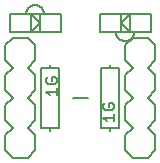
<source format=gto>
G75*
%MOIN*%
%OFA0B0*%
%FSLAX25Y25*%
%IPPOS*%
%LPD*%
%AMOC8*
5,1,8,0,0,1.08239X$1,22.5*
%
%ADD10C,0.00800*%
%ADD11C,0.00600*%
%ADD12C,0.00500*%
D10*
X0009300Y0006800D02*
X0014300Y0006800D01*
X0016800Y0009300D01*
X0016800Y0014300D01*
X0014300Y0016800D01*
X0016800Y0019300D01*
X0016800Y0024300D01*
X0014300Y0026800D01*
X0016800Y0029300D01*
X0016800Y0034300D01*
X0014300Y0036800D01*
X0016800Y0039300D01*
X0016800Y0044300D01*
X0014300Y0046800D01*
X0009300Y0046800D01*
X0006800Y0044300D01*
X0006800Y0039300D01*
X0009300Y0036800D01*
X0006800Y0034300D01*
X0006800Y0029300D01*
X0009300Y0026800D01*
X0006800Y0024300D01*
X0006800Y0019300D01*
X0009300Y0016800D01*
X0006800Y0014300D01*
X0006800Y0009300D01*
X0009300Y0006800D01*
X0018800Y0016800D02*
X0018800Y0036800D01*
X0021800Y0036800D01*
X0021800Y0037800D01*
X0021800Y0036800D02*
X0024800Y0036800D01*
X0024800Y0016800D01*
X0021800Y0016800D01*
X0021800Y0015800D01*
X0021800Y0016800D02*
X0018800Y0016800D01*
X0029300Y0026800D02*
X0034300Y0026800D01*
X0038800Y0016800D02*
X0041800Y0016800D01*
X0041800Y0015800D01*
X0041800Y0016800D02*
X0044800Y0016800D01*
X0044800Y0036800D01*
X0041800Y0036800D01*
X0041800Y0037800D01*
X0041800Y0036800D02*
X0038800Y0036800D01*
X0038800Y0016800D01*
X0046800Y0014300D02*
X0046800Y0009300D01*
X0049300Y0006800D01*
X0054300Y0006800D01*
X0056800Y0009300D01*
X0056800Y0014300D01*
X0054300Y0016800D01*
X0056800Y0019300D01*
X0056800Y0024300D01*
X0054300Y0026800D01*
X0056800Y0029300D01*
X0056800Y0034300D01*
X0054300Y0036800D01*
X0056800Y0039300D01*
X0056800Y0044300D01*
X0054300Y0046800D01*
X0049300Y0046800D01*
X0046800Y0044300D01*
X0046800Y0039300D01*
X0049300Y0036800D01*
X0046800Y0034300D01*
X0046800Y0029300D01*
X0049300Y0026800D01*
X0046800Y0024300D01*
X0046800Y0019300D01*
X0049300Y0016800D01*
X0046800Y0014300D01*
D11*
X0043000Y0019100D02*
X0043000Y0021369D01*
X0043000Y0020234D02*
X0039597Y0020234D01*
X0040731Y0019100D01*
X0040164Y0022783D02*
X0042433Y0022783D01*
X0043000Y0023350D01*
X0043000Y0024485D01*
X0042433Y0025052D01*
X0041299Y0025052D01*
X0041299Y0023917D01*
X0040164Y0022783D02*
X0039597Y0023350D01*
X0039597Y0024485D01*
X0040164Y0025052D01*
X0024000Y0027734D02*
X0024000Y0030002D01*
X0024000Y0028868D02*
X0020597Y0028868D01*
X0021731Y0027734D01*
X0021164Y0031417D02*
X0023433Y0031417D01*
X0024000Y0031984D01*
X0024000Y0033118D01*
X0023433Y0033685D01*
X0022299Y0033685D01*
X0022299Y0032551D01*
X0021164Y0031417D02*
X0020597Y0031984D01*
X0020597Y0033118D01*
X0021164Y0033685D01*
D12*
X0018300Y0048800D02*
X0015300Y0048800D01*
X0015300Y0054800D01*
X0018300Y0051800D01*
X0018300Y0054800D01*
X0019800Y0054800D01*
X0025300Y0054800D01*
X0025300Y0048800D01*
X0018300Y0048800D01*
X0018300Y0051800D01*
X0015300Y0048800D01*
X0008300Y0048800D01*
X0008300Y0054800D01*
X0013800Y0054800D01*
X0015300Y0054800D01*
X0018300Y0054800D01*
X0019800Y0054800D02*
X0019798Y0054908D01*
X0019792Y0055016D01*
X0019782Y0055124D01*
X0019769Y0055232D01*
X0019751Y0055339D01*
X0019730Y0055445D01*
X0019705Y0055550D01*
X0019676Y0055655D01*
X0019643Y0055758D01*
X0019607Y0055860D01*
X0019566Y0055961D01*
X0019523Y0056060D01*
X0019475Y0056157D01*
X0019425Y0056253D01*
X0019371Y0056347D01*
X0019313Y0056438D01*
X0019252Y0056528D01*
X0019188Y0056616D01*
X0019121Y0056701D01*
X0019051Y0056783D01*
X0018978Y0056863D01*
X0018902Y0056940D01*
X0018823Y0057015D01*
X0018742Y0057086D01*
X0018658Y0057155D01*
X0018572Y0057221D01*
X0018484Y0057283D01*
X0018393Y0057342D01*
X0018300Y0057398D01*
X0018205Y0057451D01*
X0018109Y0057500D01*
X0018010Y0057545D01*
X0017910Y0057587D01*
X0017809Y0057625D01*
X0017706Y0057660D01*
X0017603Y0057691D01*
X0017498Y0057718D01*
X0017392Y0057741D01*
X0017285Y0057760D01*
X0017178Y0057776D01*
X0017070Y0057788D01*
X0016962Y0057796D01*
X0016854Y0057800D01*
X0016746Y0057800D01*
X0016638Y0057796D01*
X0016530Y0057788D01*
X0016422Y0057776D01*
X0016315Y0057760D01*
X0016208Y0057741D01*
X0016102Y0057718D01*
X0015997Y0057691D01*
X0015894Y0057660D01*
X0015791Y0057625D01*
X0015690Y0057587D01*
X0015590Y0057545D01*
X0015491Y0057500D01*
X0015395Y0057451D01*
X0015300Y0057398D01*
X0015207Y0057342D01*
X0015116Y0057283D01*
X0015028Y0057221D01*
X0014942Y0057155D01*
X0014858Y0057086D01*
X0014777Y0057015D01*
X0014698Y0056940D01*
X0014622Y0056863D01*
X0014549Y0056783D01*
X0014479Y0056701D01*
X0014412Y0056616D01*
X0014348Y0056528D01*
X0014287Y0056438D01*
X0014229Y0056347D01*
X0014175Y0056253D01*
X0014125Y0056157D01*
X0014077Y0056060D01*
X0014034Y0055961D01*
X0013993Y0055860D01*
X0013957Y0055758D01*
X0013924Y0055655D01*
X0013895Y0055550D01*
X0013870Y0055445D01*
X0013849Y0055339D01*
X0013831Y0055232D01*
X0013818Y0055124D01*
X0013808Y0055016D01*
X0013802Y0054908D01*
X0013800Y0054800D01*
X0038300Y0054800D02*
X0038300Y0048800D01*
X0043800Y0048800D01*
X0045300Y0048800D01*
X0045300Y0051800D01*
X0045300Y0054800D01*
X0048300Y0054800D01*
X0048300Y0048800D01*
X0045300Y0051800D01*
X0048300Y0054800D01*
X0055300Y0054800D01*
X0055300Y0048800D01*
X0049800Y0048800D01*
X0048300Y0048800D01*
X0045300Y0048800D01*
X0043800Y0048800D02*
X0043802Y0048692D01*
X0043808Y0048584D01*
X0043818Y0048476D01*
X0043831Y0048368D01*
X0043849Y0048261D01*
X0043870Y0048155D01*
X0043895Y0048050D01*
X0043924Y0047945D01*
X0043957Y0047842D01*
X0043993Y0047740D01*
X0044034Y0047639D01*
X0044077Y0047540D01*
X0044125Y0047443D01*
X0044175Y0047347D01*
X0044229Y0047253D01*
X0044287Y0047162D01*
X0044348Y0047072D01*
X0044412Y0046984D01*
X0044479Y0046899D01*
X0044549Y0046817D01*
X0044622Y0046737D01*
X0044698Y0046660D01*
X0044777Y0046585D01*
X0044858Y0046514D01*
X0044942Y0046445D01*
X0045028Y0046379D01*
X0045116Y0046317D01*
X0045207Y0046258D01*
X0045300Y0046202D01*
X0045395Y0046149D01*
X0045491Y0046100D01*
X0045590Y0046055D01*
X0045690Y0046013D01*
X0045791Y0045975D01*
X0045894Y0045940D01*
X0045997Y0045909D01*
X0046102Y0045882D01*
X0046208Y0045859D01*
X0046315Y0045840D01*
X0046422Y0045824D01*
X0046530Y0045812D01*
X0046638Y0045804D01*
X0046746Y0045800D01*
X0046854Y0045800D01*
X0046962Y0045804D01*
X0047070Y0045812D01*
X0047178Y0045824D01*
X0047285Y0045840D01*
X0047392Y0045859D01*
X0047498Y0045882D01*
X0047603Y0045909D01*
X0047706Y0045940D01*
X0047809Y0045975D01*
X0047910Y0046013D01*
X0048010Y0046055D01*
X0048109Y0046100D01*
X0048205Y0046149D01*
X0048300Y0046202D01*
X0048393Y0046258D01*
X0048484Y0046317D01*
X0048572Y0046379D01*
X0048658Y0046445D01*
X0048742Y0046514D01*
X0048823Y0046585D01*
X0048902Y0046660D01*
X0048978Y0046737D01*
X0049051Y0046817D01*
X0049121Y0046899D01*
X0049188Y0046984D01*
X0049252Y0047072D01*
X0049313Y0047162D01*
X0049371Y0047253D01*
X0049425Y0047347D01*
X0049475Y0047443D01*
X0049523Y0047540D01*
X0049566Y0047639D01*
X0049607Y0047740D01*
X0049643Y0047842D01*
X0049676Y0047945D01*
X0049705Y0048050D01*
X0049730Y0048155D01*
X0049751Y0048261D01*
X0049769Y0048368D01*
X0049782Y0048476D01*
X0049792Y0048584D01*
X0049798Y0048692D01*
X0049800Y0048800D01*
X0045300Y0054800D02*
X0038300Y0054800D01*
M02*

</source>
